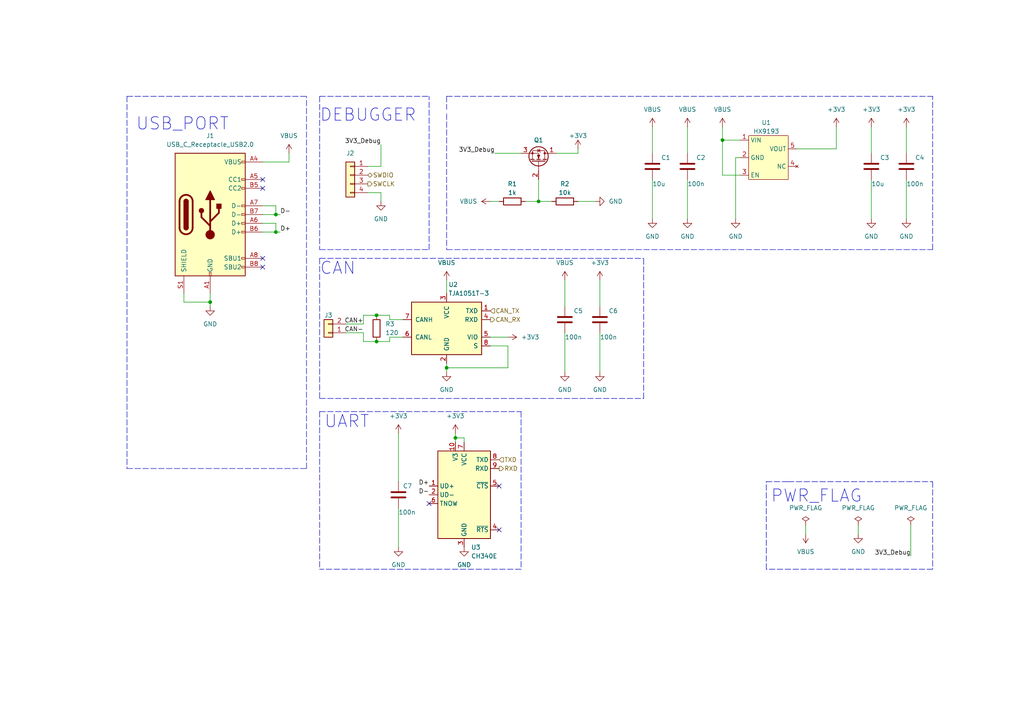
<source format=kicad_sch>
(kicad_sch (version 20211123) (generator eeschema)
  (paper "A4")
  (lib_symbols
    (symbol "Connector:USB_C_Receptacle_USB2.0" (pin_names (offset 1.016))
      (property "Reference" "J" (at -10.16 19.05 0))
      (property "Value" "USB_C_Receptacle_USB2.0" (at 19.05 19.05 0))
      (symbol "USB_C_Receptacle_USB2.0_0_0"
        (rectangle (start -0.254 -17.78) (end 0.254 -16.764))
        (rectangle (start 10.16 -14.986) (end 9.144 -15.494))
        (rectangle (start 10.16 -12.446) (end 9.144 -12.954))
        (rectangle (start 10.16 -4.826) (end 9.144 -5.334))
        (rectangle (start 10.16 -2.286) (end 9.144 -2.794))
        (rectangle (start 10.16 0.254) (end 9.144 -0.254))
        (rectangle (start 10.16 2.794) (end 9.144 2.286))
        (rectangle (start 10.16 7.874) (end 9.144 7.366))
        (rectangle (start 10.16 10.414) (end 9.144 9.906))
        (rectangle (start 10.16 15.494) (end 9.144 14.986))
      )
      (symbol "USB_C_Receptacle_USB2.0_0_1"
        (rectangle (start -10.16 17.78) (end 10.16 -17.78) (stroke (width 0.254)) (fill (type background)))
        (arc (start -8.89 -3.81) (mid -6.985 -5.715) (end -5.08 -3.81) (stroke (width 0.508)))
        (arc (start -7.62 -3.81) (mid -6.985 -4.445) (end -6.35 -3.81) (stroke (width 0.254)))
        (arc (start -7.62 -3.81) (mid -6.985 -4.445) (end -6.35 -3.81) (stroke (width 0.254)) (fill (type outline)))
        (rectangle (start -7.62 -3.81) (end -6.35 3.81) (stroke (width 0.254)) (fill (type outline)))
        (arc (start -6.35 3.81) (mid -6.985 4.445) (end -7.62 3.81) (stroke (width 0.254)))
        (arc (start -6.35 3.81) (mid -6.985 4.445) (end -7.62 3.81) (stroke (width 0.254)) (fill (type outline)))
        (arc (start -5.08 3.81) (mid -6.985 5.715) (end -8.89 3.81) (stroke (width 0.508)))
        (circle (center -2.54 1.143) (radius 0.635) (stroke (width 0.254)) (fill (type outline)))
        (circle (center 0 -5.842) (radius 1.27) (fill (type outline)))
        (polyline (pts (xy -8.89 -3.81) (xy -8.89 3.81)) (stroke (width 0.508)))
        (polyline (pts (xy -5.08 3.81) (xy -5.08 -3.81)) (stroke (width 0.508)))
        (polyline (pts (xy 0 -5.842) (xy 0 4.318)) (stroke (width 0.508)))
        (polyline (pts (xy 0 -3.302) (xy -2.54 -0.762) (xy -2.54 0.508)) (stroke (width 0.508)))
        (polyline (pts (xy 0 -2.032) (xy 2.54 0.508) (xy 2.54 1.778)) (stroke (width 0.508)))
        (polyline (pts (xy -1.27 4.318) (xy 0 6.858) (xy 1.27 4.318) (xy -1.27 4.318)) (stroke (width 0.254)) (fill (type outline)))
        (rectangle (start 1.905 1.778) (end 3.175 3.048) (stroke (width 0.254)) (fill (type outline)))
      )
      (symbol "USB_C_Receptacle_USB2.0_1_1"
        (pin passive line (at 0 -22.86 90) (length 5.08) (name "GND") (number "A1"))
        (pin passive line (at 0 -22.86 90) (length 5.08) hide (name "GND") (number "A12"))
        (pin passive line (at 15.24 15.24 180) (length 5.08) (name "VBUS") (number "A4"))
        (pin bidirectional line (at 15.24 10.16 180) (length 5.08) (name "CC1") (number "A5"))
        (pin bidirectional line (at 15.24 -2.54 180) (length 5.08) (name "D+") (number "A6"))
        (pin bidirectional line (at 15.24 2.54 180) (length 5.08) (name "D-") (number "A7"))
        (pin bidirectional line (at 15.24 -12.7 180) (length 5.08) (name "SBU1") (number "A8"))
        (pin passive line (at 15.24 15.24 180) (length 5.08) hide (name "VBUS") (number "A9"))
        (pin passive line (at 0 -22.86 90) (length 5.08) hide (name "GND") (number "B1"))
        (pin passive line (at 0 -22.86 90) (length 5.08) hide (name "GND") (number "B12"))
        (pin passive line (at 15.24 15.24 180) (length 5.08) hide (name "VBUS") (number "B4"))
        (pin bidirectional line (at 15.24 7.62 180) (length 5.08) (name "CC2") (number "B5"))
        (pin bidirectional line (at 15.24 -5.08 180) (length 5.08) (name "D+") (number "B6"))
        (pin bidirectional line (at 15.24 0 180) (length 5.08) (name "D-") (number "B7"))
        (pin bidirectional line (at 15.24 -15.24 180) (length 5.08) (name "SBU2") (number "B8"))
        (pin passive line (at 15.24 15.24 180) (length 5.08) hide (name "VBUS") (number "B9"))
        (pin passive line (at -7.62 -22.86 90) (length 5.08) (name "SHIELD") (number "S1"))
      )
    )
    (symbol "Connector_Generic:Conn_01x02" (pin_names (offset 1.016) hide)
      (property "Reference" "J" (at 0 2.54 0))
      (property "Value" "Conn_01x02" (at 0 -5.08 0))
      (symbol "Conn_01x02_1_1"
        (rectangle (start -1.27 -2.413) (end 0 -2.667) (stroke (width 0.1524)))
        (rectangle (start -1.27 0.127) (end 0 -0.127) (stroke (width 0.1524)))
        (rectangle (start -1.27 1.27) (end 1.27 -3.81) (stroke (width 0.254)) (fill (type background)))
        (pin passive line (at -5.08 0 0) (length 3.81) (name "Pin_1") (number "1"))
        (pin passive line (at -5.08 -2.54 0) (length 3.81) (name "Pin_2") (number "2"))
      )
    )
    (symbol "Connector_Generic:Conn_01x04" (pin_names (offset 1.016) hide)
      (property "Reference" "J" (at 0 5.08 0))
      (property "Value" "Conn_01x04" (at 0 -7.62 0))
      (symbol "Conn_01x04_1_1"
        (rectangle (start -1.27 -4.953) (end 0 -5.207) (stroke (width 0.1524)))
        (rectangle (start -1.27 -2.413) (end 0 -2.667) (stroke (width 0.1524)))
        (rectangle (start -1.27 0.127) (end 0 -0.127) (stroke (width 0.1524)))
        (rectangle (start -1.27 2.667) (end 0 2.413) (stroke (width 0.1524)))
        (rectangle (start -1.27 3.81) (end 1.27 -6.35) (stroke (width 0.254)) (fill (type background)))
        (pin passive line (at -5.08 2.54 0) (length 3.81) (name "Pin_1") (number "1"))
        (pin passive line (at -5.08 0 0) (length 3.81) (name "Pin_2") (number "2"))
        (pin passive line (at -5.08 -2.54 0) (length 3.81) (name "Pin_3") (number "3"))
        (pin passive line (at -5.08 -5.08 0) (length 3.81) (name "Pin_4") (number "4"))
      )
    )
    (symbol "Device:C" (pin_numbers hide) (pin_names (offset 0.254))
      (property "Reference" "C" (at 0.635 2.54 0))
      (property "Value" "C" (at 0.635 -2.54 0))
      (symbol "C_0_1"
        (polyline (pts (xy -2.032 -0.762) (xy 2.032 -0.762)) (stroke (width 0.508)))
        (polyline (pts (xy -2.032 0.762) (xy 2.032 0.762)) (stroke (width 0.508)))
      )
      (symbol "C_1_1"
        (pin passive line (at 0 3.81 270) (length 2.794) (name "~") (number "1"))
        (pin passive line (at 0 -3.81 90) (length 2.794) (name "~") (number "2"))
      )
    )
    (symbol "Device:Q_NMOS_DGS" (pin_names (offset 0) hide)
      (property "Reference" "Q" (at 5.08 1.27 0))
      (property "Value" "Q_NMOS_DGS" (at 5.08 -1.27 0))
      (symbol "Q_NMOS_DGS_0_1"
        (polyline (pts (xy 0.254 0) (xy -2.54 0)))
        (polyline (pts (xy 0.254 1.905) (xy 0.254 -1.905)) (stroke (width 0.254)))
        (polyline (pts (xy 0.762 -1.27) (xy 0.762 -2.286)) (stroke (width 0.254)))
        (polyline (pts (xy 0.762 0.508) (xy 0.762 -0.508)) (stroke (width 0.254)))
        (polyline (pts (xy 0.762 2.286) (xy 0.762 1.27)) (stroke (width 0.254)))
        (polyline (pts (xy 2.54 2.54) (xy 2.54 1.778)))
        (polyline (pts (xy 2.54 -2.54) (xy 2.54 0) (xy 0.762 0)))
        (polyline (pts (xy 0.762 -1.778) (xy 3.302 -1.778) (xy 3.302 1.778) (xy 0.762 1.778)))
        (polyline (pts (xy 1.016 0) (xy 2.032 0.381) (xy 2.032 -0.381) (xy 1.016 0)) (fill (type outline)))
        (polyline (pts (xy 2.794 0.508) (xy 2.921 0.381) (xy 3.683 0.381) (xy 3.81 0.254)))
        (polyline (pts (xy 3.302 0.381) (xy 2.921 -0.254) (xy 3.683 -0.254) (xy 3.302 0.381)))
        (circle (center 1.651 0) (radius 2.794) (stroke (width 0.254)))
        (circle (center 2.54 -1.778) (radius 0.254) (fill (type outline)))
        (circle (center 2.54 1.778) (radius 0.254) (fill (type outline)))
      )
      (symbol "Q_NMOS_DGS_1_1"
        (pin passive line (at 2.54 5.08 270) (length 2.54) (name "D") (number "1"))
        (pin input line (at -5.08 0 0) (length 2.54) (name "G") (number "2"))
        (pin passive line (at 2.54 -5.08 90) (length 2.54) (name "S") (number "3"))
      )
    )
    (symbol "Device:R" (pin_numbers hide) (pin_names (offset 0))
      (property "Reference" "R" (at 2.032 0 90))
      (property "Value" "R" (at 0 0 90))
      (symbol "R_0_1"
        (rectangle (start -1.016 -2.54) (end 1.016 2.54) (stroke (width 0.254)))
      )
      (symbol "R_1_1"
        (pin passive line (at 0 3.81 270) (length 1.27) (name "~") (number "1"))
        (pin passive line (at 0 -3.81 90) (length 1.27) (name "~") (number "2"))
      )
    )
    (symbol "Interface_CAN_LIN:TJA1051T-3" (pin_names (offset 1.016))
      (property "Reference" "U" (at -10.16 8.89 0))
      (property "Value" "TJA1051T-3" (at 1.27 8.89 0))
      (symbol "TJA1051T-3_0_1"
        (rectangle (start -10.16 7.62) (end 10.16 -7.62) (stroke (width 0.254)) (fill (type background)))
      )
      (symbol "TJA1051T-3_1_1"
        (pin input line (at -12.7 5.08 0) (length 2.54) (name "TXD") (number "1"))
        (pin power_in line (at 0 -10.16 90) (length 2.54) (name "GND") (number "2"))
        (pin power_in line (at 0 10.16 270) (length 2.54) (name "VCC") (number "3"))
        (pin output line (at -12.7 2.54 0) (length 2.54) (name "RXD") (number "4"))
        (pin power_in line (at -12.7 -2.54 0) (length 2.54) (name "VIO") (number "5"))
        (pin bidirectional line (at 12.7 -2.54 180) (length 2.54) (name "CANL") (number "6"))
        (pin bidirectional line (at 12.7 2.54 180) (length 2.54) (name "CANH") (number "7"))
        (pin input line (at -12.7 -5.08 0) (length 2.54) (name "S") (number "8"))
      )
    )
    (symbol "Interface_USB:CH340E"
      (property "Reference" "U" (at -5.08 13.97 0))
      (property "Value" "CH340E" (at 1.27 13.97 0))
      (symbol "CH340E_0_1"
        (rectangle (start -7.62 12.7) (end 7.62 -12.7) (stroke (width 0.254)) (fill (type background)))
      )
      (symbol "CH340E_1_1"
        (pin bidirectional line (at -10.16 2.54 0) (length 2.54) (name "UD+") (number "1"))
        (pin passive line (at -2.54 15.24 270) (length 2.54) (name "V3") (number "10"))
        (pin bidirectional line (at -10.16 0 0) (length 2.54) (name "UD-") (number "2"))
        (pin power_in line (at 0 -15.24 90) (length 2.54) (name "GND") (number "3"))
        (pin output line (at 10.16 -10.16 180) (length 2.54) (name "~{RTS}") (number "4"))
        (pin input line (at 10.16 2.54 180) (length 2.54) (name "~{CTS}") (number "5"))
        (pin output line (at -10.16 -2.54 0) (length 2.54) (name "TNOW") (number "6"))
        (pin power_in line (at 0 15.24 270) (length 2.54) (name "VCC") (number "7"))
        (pin output line (at 10.16 10.16 180) (length 2.54) (name "TXD") (number "8"))
        (pin input line (at 10.16 7.62 180) (length 2.54) (name "RXD") (number "9"))
      )
    )
    (symbol "power:+3V3" (power) (pin_names (offset 0))
      (property "Value" "+3V3" (at 0 3.556 0))
      (symbol "+3V3_0_1"
        (polyline (pts (xy -0.762 1.27) (xy 0 2.54)))
        (polyline (pts (xy 0 0) (xy 0 2.54)))
        (polyline (pts (xy 0 2.54) (xy 0.762 1.27)))
      )
      (symbol "+3V3_1_1"
        (pin power_in line (at 0 0 90) (length 0) hide (name "+3V3") (number "1"))
      )
    )
    (symbol "power:GND" (power) (pin_names (offset 0))
      (property "Value" "GND" (at 0 -3.81 0))
      (symbol "GND_0_1"
        (polyline (pts (xy 0 0) (xy 0 -1.27) (xy 1.27 -1.27) (xy 0 -2.54) (xy -1.27 -1.27) (xy 0 -1.27)))
      )
      (symbol "GND_1_1"
        (pin power_in line (at 0 0 270) (length 0) hide (name "GND") (number "1"))
      )
    )
    (symbol "power:PWR_FLAG" (power) (pin_numbers hide) (pin_names (offset 0) hide)
      (property "Value" "PWR_FLAG" (at 0 3.81 0))
      (symbol "PWR_FLAG_0_0"
        (pin power_out line (at 0 0 90) (length 0) (name "pwr") (number "1"))
      )
      (symbol "PWR_FLAG_0_1"
        (polyline (pts (xy 0 0) (xy 0 1.27) (xy -1.016 1.905) (xy 0 2.54) (xy 1.016 1.905) (xy 0 1.27)))
      )
    )
    (symbol "power:VBUS" (power) (pin_names (offset 0))
      (property "Value" "VBUS" (at 0 3.81 0))
      (symbol "VBUS_0_1"
        (polyline (pts (xy -0.762 1.27) (xy 0 2.54)))
        (polyline (pts (xy 0 0) (xy 0 2.54)))
        (polyline (pts (xy 0 2.54) (xy 0.762 1.27)))
      )
      (symbol "VBUS_1_1"
        (pin power_in line (at 0 0 90) (length 0) hide (name "VBUS") (number "1"))
      )
    )
    (symbol "symbols:HX9193"
      (property "Reference" "U" (at -5.08 7.62 0))
      (property "Value" "HX9193" (at 6.35 7.62 0))
      (symbol "HX9193_0_1"
        (rectangle (start -6.35 6.35) (end 5.08 -6.35) (fill (type background)))
      )
      (symbol "HX9193_1_1"
        (pin power_in line (at -8.89 5.08 0) (length 2.54) (name "VIN") (number "1"))
        (pin passive line (at -8.89 0 0) (length 2.54) (name "GND") (number "2"))
        (pin input line (at -8.89 -5.08 0) (length 2.54) (name "EN") (number "3"))
        (pin no_connect line (at 7.62 -2.54 180) (length 2.54) (name "NC") (number "4"))
        (pin power_out line (at 7.62 2.54 180) (length 2.54) (name "VOUT") (number "5"))
      )
    )
  )
  (junction (at 80.01 62.23))
  (junction (at 109.22 91.44))
  (junction (at 132.08 127))
  (junction (at 60.96 87.63))
  (junction (at 209.55 40.64))
  (junction (at 156.21 58.42))
  (junction (at 129.54 106.68))
  (junction (at 109.22 99.06))
  (junction (at 80.01 67.31))
  (no_connect (at 76.2 74.93))
  (no_connect (at 76.2 52.07))
  (no_connect (at 76.2 77.47))
  (no_connect (at 144.78 153.67))
  (no_connect (at 124.46 146.05))
  (no_connect (at 144.78 140.97))
  (no_connect (at 76.2 54.61))
  (wire (pts (xy 248.92 152.4) (xy 248.92 154.94)))
  (wire (pts (xy 80.01 62.23) (xy 81.28 62.23)))
  (wire (pts (xy 262.89 52.07) (xy 262.89 63.5)))
  (wire (pts (xy 209.55 40.64) (xy 214.63 40.64)))
  (polyline (pts (xy 222.25 165.1) (xy 222.25 139.7)))
  (wire (pts (xy 76.2 64.77) (xy 80.01 64.77)))
  (polyline (pts (xy 129.54 27.94) (xy 129.54 31.75)))
  (wire (pts (xy 167.64 58.42) (xy 172.72 58.42)))
  (wire (pts (xy 106.68 48.26) (xy 110.49 48.26)))
  (wire (pts (xy 132.08 125.73) (xy 132.08 127)))
  (wire (pts (xy 156.21 58.42) (xy 160.02 58.42)))
  (wire (pts (xy 142.24 100.33) (xy 147.32 100.33)))
  (wire (pts (xy 262.89 36.83) (xy 262.89 44.45)))
  (wire (pts (xy 144.78 58.42) (xy 142.24 58.42)))
  (wire (pts (xy 80.01 59.69) (xy 80.01 62.23)))
  (polyline (pts (xy 129.54 72.39) (xy 270.51 72.39)))
  (wire (pts (xy 161.29 44.45) (xy 167.64 44.45)))
  (polyline (pts (xy 36.83 27.94) (xy 88.9 27.94)))
  (wire (pts (xy 80.01 67.31) (xy 81.28 67.31)))
  (polyline (pts (xy 92.71 74.93) (xy 92.71 115.57)))
  (polyline (pts (xy 88.9 135.89) (xy 88.9 27.94)))
  (wire (pts (xy 264.16 152.4) (xy 264.16 161.29)))
  (wire (pts (xy 129.54 105.41) (xy 129.54 106.68)))
  (wire (pts (xy 129.54 81.28) (xy 129.54 85.09)))
  (wire (pts (xy 134.62 128.27) (xy 134.62 127)))
  (wire (pts (xy 83.82 44.45) (xy 83.82 46.99)))
  (wire (pts (xy 105.41 93.98) (xy 105.41 91.44)))
  (wire (pts (xy 100.33 93.98) (xy 105.41 93.98)))
  (wire (pts (xy 147.32 106.68) (xy 129.54 106.68)))
  (wire (pts (xy 199.39 36.83) (xy 199.39 44.45)))
  (wire (pts (xy 116.84 97.79) (xy 113.03 97.79)))
  (wire (pts (xy 214.63 45.72) (xy 213.36 45.72)))
  (polyline (pts (xy 92.71 115.57) (xy 186.69 115.57)))
  (polyline (pts (xy 129.54 33.02) (xy 129.54 72.39)))
  (wire (pts (xy 173.99 96.52) (xy 173.99 107.95)))
  (wire (pts (xy 115.57 125.73) (xy 115.57 139.7)))
  (wire (pts (xy 115.57 147.32) (xy 115.57 158.75)))
  (polyline (pts (xy 92.71 74.93) (xy 186.69 74.93)))
  (wire (pts (xy 80.01 64.77) (xy 80.01 67.31)))
  (wire (pts (xy 142.24 97.79) (xy 147.32 97.79)))
  (polyline (pts (xy 151.13 119.38) (xy 151.13 165.1)))
  (wire (pts (xy 199.39 52.07) (xy 199.39 63.5)))
  (wire (pts (xy 105.41 96.52) (xy 105.41 99.06)))
  (polyline (pts (xy 228.6 139.7) (xy 270.51 139.7)))
  (wire (pts (xy 113.03 97.79) (xy 113.03 99.06)))
  (wire (pts (xy 209.55 36.83) (xy 209.55 40.64)))
  (wire (pts (xy 132.08 127) (xy 132.08 128.27)))
  (wire (pts (xy 106.68 55.88) (xy 110.49 55.88)))
  (wire (pts (xy 163.83 81.28) (xy 163.83 88.9)))
  (wire (pts (xy 76.2 67.31) (xy 80.01 67.31)))
  (wire (pts (xy 134.62 127) (xy 132.08 127)))
  (wire (pts (xy 233.68 152.4) (xy 233.68 154.94)))
  (polyline (pts (xy 129.54 27.94) (xy 270.51 27.94)))
  (polyline (pts (xy 92.71 119.38) (xy 151.13 119.38)))
  (polyline (pts (xy 151.13 165.1) (xy 92.71 165.1)))
  (wire (pts (xy 113.03 99.06) (xy 109.22 99.06)))
  (wire (pts (xy 116.84 92.71) (xy 113.03 92.71)))
  (wire (pts (xy 213.36 45.72) (xy 213.36 63.5)))
  (wire (pts (xy 163.83 96.52) (xy 163.83 107.95)))
  (polyline (pts (xy 270.51 72.39) (xy 270.51 27.94)))
  (wire (pts (xy 189.23 52.07) (xy 189.23 63.5)))
  (wire (pts (xy 129.54 106.68) (xy 129.54 107.95)))
  (wire (pts (xy 242.57 36.83) (xy 242.57 43.18)))
  (wire (pts (xy 242.57 43.18) (xy 231.14 43.18)))
  (wire (pts (xy 53.34 85.09) (xy 53.34 87.63)))
  (wire (pts (xy 100.33 96.52) (xy 105.41 96.52)))
  (polyline (pts (xy 92.71 72.39) (xy 124.46 72.39)))
  (polyline (pts (xy 92.71 27.94) (xy 124.46 27.94)))
  (wire (pts (xy 113.03 91.44) (xy 109.22 91.44)))
  (polyline (pts (xy 270.51 165.1) (xy 222.25 165.1)))
  (polyline (pts (xy 186.69 115.57) (xy 186.69 74.93)))
  (polyline (pts (xy 270.51 139.7) (xy 270.51 165.1)))
  (polyline (pts (xy 92.71 27.94) (xy 92.71 72.39)))
  (wire (pts (xy 152.4 58.42) (xy 156.21 58.42)))
  (wire (pts (xy 252.73 36.83) (xy 252.73 44.45)))
  (polyline (pts (xy 124.46 72.39) (xy 124.46 27.94)))
  (wire (pts (xy 60.96 85.09) (xy 60.96 87.63)))
  (polyline (pts (xy 92.71 119.38) (xy 92.71 165.1)))
  (wire (pts (xy 76.2 62.23) (xy 80.01 62.23)))
  (wire (pts (xy 113.03 92.71) (xy 113.03 91.44)))
  (wire (pts (xy 105.41 91.44) (xy 109.22 91.44)))
  (wire (pts (xy 156.21 52.07) (xy 156.21 58.42)))
  (wire (pts (xy 83.82 46.99) (xy 76.2 46.99)))
  (polyline (pts (xy 222.25 139.7) (xy 228.6 139.7)))
  (wire (pts (xy 105.41 99.06) (xy 109.22 99.06)))
  (wire (pts (xy 110.49 55.88) (xy 110.49 58.42)))
  (wire (pts (xy 147.32 100.33) (xy 147.32 106.68)))
  (wire (pts (xy 76.2 59.69) (xy 80.01 59.69)))
  (wire (pts (xy 53.34 87.63) (xy 60.96 87.63)))
  (polyline (pts (xy 36.83 135.89) (xy 88.9 135.89)))
  (wire (pts (xy 209.55 40.64) (xy 209.55 50.8)))
  (wire (pts (xy 252.73 52.07) (xy 252.73 63.5)))
  (polyline (pts (xy 36.83 27.94) (xy 36.83 135.89)))
  (wire (pts (xy 143.51 44.45) (xy 151.13 44.45)))
  (wire (pts (xy 167.64 43.18) (xy 167.64 44.45)))
  (wire (pts (xy 189.23 36.83) (xy 189.23 44.45)))
  (wire (pts (xy 110.49 41.91) (xy 110.49 48.26)))
  (wire (pts (xy 173.99 81.28) (xy 173.99 88.9)))
  (wire (pts (xy 60.96 87.63) (xy 60.96 88.9)))
  (wire (pts (xy 209.55 50.8) (xy 214.63 50.8)))
  (text "CAN" (at 92.71 80.01 0) (effects (font (size 3.556 3.556)) (justify left bottom)))
  (text "DEBUGGER" (at 92.71 35.56 0) (effects (font (size 3.556 3.556)) (justify left bottom)))
  (text "PWR_FLAG" (at 223.52 146.05 0) (effects (font (size 3.556 3.556)) (justify left bottom)))
  (text "UART" (at 93.98 124.46 0) (effects (font (size 3.556 3.556)) (justify left bottom)))
  (text "USB_PORT" (at 39.37 38.1 0) (effects (font (size 3.556 3.556)) (justify left bottom)))
  (label "D-" (at 81.28 62.23 0))
  (label "CAN-" (at 105.41 96.52 180))
  (label "D-" (at 124.46 143.51 180))
  (label "3V3_Debug" (at 110.49 41.91 180))
  (label "D+" (at 124.46 140.97 180))
  (label "D+" (at 81.28 67.31 0))
  (label "3V3_Debug" (at 264.16 161.29 180))
  (label "3V3_Debug" (at 143.51 44.45 180))
  (label "CAN+" (at 105.41 93.98 180))
  (hierarchical_label "CAN_TX" (shape input) (at 142.24 90.17 0))
  (hierarchical_label "SWDIO" (shape bidirectional) (at 106.68 50.8 0))
  (hierarchical_label "SWCLK" (shape output) (at 106.68 53.34 0))
  (hierarchical_label "CAN_RX" (shape output) (at 142.24 92.71 0))
  (hierarchical_label "RXD" (shape output) (at 144.78 135.89 0))
  (hierarchical_label "TXD" (shape input) (at 144.78 133.35 0))
  (symbol (lib_id "Connector:USB_C_Receptacle_USB2.0") (at 60.96 62.23 0) (unit 1)
    (property "Reference" "J1" (at 60.96 39.37 0))
    (property "Value" "USB_C_Receptacle_USB2.0" (at 60.96 41.91 0))
    (property "Footprint" "Connector_USB:USB_C_Receptacle_Palconn_UTC16-G" (effects hide))
    (property "Datasheet" "https://www.usb.org/sites/default/files/documents/usb_type-c.zip" (effects hide))
  )
  (symbol (lib_id "power:GND") (at 115.57 158.75 0) (unit 1)
    (property "Reference" "#PWR0123" (effects hide))
    (property "Value" "GND" (at 115.57 163.83 0))
  )
  (symbol (lib_id "power:GND") (at 189.23 63.5 0) (unit 1)
    (property "Reference" "#PWR0107" (effects hide))
    (property "Value" "GND" (at 189.23 68.58 0))
  )
  (symbol (lib_id "power:GND") (at 248.92 154.94 0) (unit 1)
    (property "Reference" "#PWR0129" (effects hide))
    (property "Value" "GND" (at 248.92 160.02 0))
  )
  (symbol (lib_id "power:GND") (at 262.89 63.5 0) (unit 1)
    (property "Reference" "#PWR0111" (effects hide))
    (property "Value" "GND" (at 262.89 68.58 0))
  )
  (symbol (lib_id "power:PWR_FLAG") (at 248.92 152.4 0) (unit 1)
    (property "Reference" "#FLG0102" (effects hide))
    (property "Value" "PWR_FLAG" (at 248.92 147.32 0))
  )
  (symbol (lib_id "power:PWR_FLAG") (at 264.16 152.4 0) (unit 1)
    (property "Reference" "#FLG0101" (effects hide))
    (property "Value" "PWR_FLAG" (at 264.16 147.32 0))
  )
  (symbol (lib_id "Interface_USB:CH340E") (at 134.62 143.51 0) (unit 1)
    (property "Reference" "U3" (at 136.6394 158.75 0) (effects (justify left)))
    (property "Value" "CH340E" (at 136.6394 161.29 0) (effects (justify left)))
    (property "Footprint" "Package_SO:MSOP-10_3x3mm_P0.5mm" (effects hide))
    (property "Datasheet" "https://www.mpja.com/download/35227cpdata.pdf" (effects hide))
  )
  (symbol (lib_id "power:GND") (at 173.99 107.95 0) (unit 1)
    (property "Reference" "#PWR0118" (effects hide))
    (property "Value" "GND" (at 173.99 113.03 0))
  )
  (symbol (lib_id "Device:R") (at 163.83 58.42 270) (unit 1)
    (property "Reference" "R2" (at 163.83 53.34 90))
    (property "Value" "10k" (at 163.83 55.88 90))
    (property "Footprint" "Resistor_SMD:R_0603_1608Metric" (effects hide))
  )
  (symbol (lib_id "power:GND") (at 199.39 63.5 0) (unit 1)
    (property "Reference" "#PWR0109" (effects hide))
    (property "Value" "GND" (at 199.39 68.58 0))
  )
  (symbol (lib_id "Device:R") (at 109.22 95.25 0) (unit 1)
    (property "Reference" "R3" (at 111.76 93.9799 0) (effects (justify left)))
    (property "Value" "120" (at 111.76 96.5199 0) (effects (justify left)))
    (property "Footprint" "Resistor_SMD:R_0603_1608Metric" (effects hide))
  )
  (symbol (lib_id "Device:R") (at 148.59 58.42 270) (unit 1)
    (property "Reference" "R1" (at 148.59 53.34 90))
    (property "Value" "1k" (at 148.59 55.88 90))
    (property "Footprint" "Resistor_SMD:R_0603_1608Metric" (effects hide))
  )
  (symbol (lib_id "power:+3V3") (at 173.99 81.28 0) (unit 1)
    (property "Reference" "#PWR0101" (effects hide))
    (property "Value" "+3V3" (at 173.99 76.2 0))
  )
  (symbol (lib_id "power:GND") (at 252.73 63.5 0) (unit 1)
    (property "Reference" "#PWR0110" (effects hide))
    (property "Value" "GND" (at 252.73 68.58 0))
  )
  (symbol (lib_id "power:GND") (at 163.83 107.95 0) (unit 1)
    (property "Reference" "#PWR0117" (effects hide))
    (property "Value" "GND" (at 163.83 113.03 0))
  )
  (symbol (lib_id "Device:C") (at 189.23 48.26 0) (unit 1)
    (property "Reference" "C1" (at 191.77 45.72 0) (effects (justify left)))
    (property "Value" "10u" (at 189.23 53.34 0) (effects (justify left)))
    (property "Footprint" "Capacitor_SMD:C_0603_1608Metric" (effects hide))
  )
  (symbol (lib_id "power:GND") (at 213.36 63.5 0) (unit 1)
    (property "Reference" "#PWR0108" (effects hide))
    (property "Value" "GND" (at 213.36 68.58 0))
  )
  (symbol (lib_id "power:+3V3") (at 132.08 125.73 0) (unit 1)
    (property "Reference" "#PWR0120" (effects hide))
    (property "Value" "+3V3" (at 132.08 120.65 0))
  )
  (symbol (lib_id "power:+3V3") (at 252.73 36.83 0) (unit 1)
    (property "Reference" "#PWR0126" (effects hide))
    (property "Value" "+3V3" (at 252.73 31.75 0))
  )
  (symbol (lib_id "Device:C") (at 199.39 48.26 0) (unit 1)
    (property "Reference" "C2" (at 201.93 45.72 0) (effects (justify left)))
    (property "Value" "100n" (at 199.39 53.34 0) (effects (justify left)))
    (property "Footprint" "Capacitor_SMD:C_0603_1608Metric" (effects hide))
  )
  (symbol (lib_id "power:PWR_FLAG") (at 233.68 152.4 0) (unit 1)
    (property "Reference" "#FLG0103" (effects hide))
    (property "Value" "PWR_FLAG" (at 233.68 147.32 0))
  )
  (symbol (lib_id "power:VBUS") (at 233.68 154.94 180) (unit 1)
    (property "Reference" "#PWR0130" (effects hide))
    (property "Value" "VBUS" (at 233.68 160.02 0))
  )
  (symbol (lib_id "power:VBUS") (at 83.82 44.45 0) (unit 1)
    (property "Reference" "#PWR0124" (effects hide))
    (property "Value" "VBUS" (at 83.82 39.37 0))
  )
  (symbol (lib_id "power:VBUS") (at 199.39 36.83 0) (unit 1)
    (property "Reference" "#PWR0105" (effects hide))
    (property "Value" "VBUS" (at 199.39 31.75 0))
  )
  (symbol (lib_id "power:GND") (at 110.49 58.42 0) (unit 1)
    (property "Reference" "#PWR0113" (effects hide))
    (property "Value" "GND" (at 110.49 63.5 0))
  )
  (symbol (lib_id "power:+3V3") (at 115.57 125.73 0) (unit 1)
    (property "Reference" "#PWR0122" (effects hide))
    (property "Value" "+3V3" (at 115.57 120.65 0))
  )
  (symbol (lib_id "power:GND") (at 129.54 107.95 0) (unit 1)
    (property "Reference" "#PWR0119" (effects hide))
    (property "Value" "GND" (at 129.54 113.03 0))
  )
  (symbol (lib_id "Device:C") (at 115.57 143.51 0) (unit 1)
    (property "Reference" "C7" (at 116.84 140.97 0) (effects (justify left)))
    (property "Value" "100n" (at 115.57 148.59 0) (effects (justify left)))
    (property "Footprint" "Capacitor_SMD:C_0603_1608Metric" (effects hide))
  )
  (symbol (lib_id "power:+3V3") (at 167.64 43.18 0) (unit 1)
    (property "Reference" "#PWR0102" (effects hide))
    (property "Value" "+3V3" (at 167.64 39.37 0))
  )
  (symbol (lib_id "power:VBUS") (at 209.55 36.83 0) (unit 1)
    (property "Reference" "#PWR0104" (effects hide))
    (property "Value" "VBUS" (at 209.55 31.75 0))
  )
  (symbol (lib_id "power:GND") (at 172.72 58.42 90) (unit 1)
    (property "Reference" "#PWR0103" (effects hide))
    (property "Value" "GND" (at 176.53 58.4199 90) (effects (justify right)))
  )
  (symbol (lib_id "symbols:HX9193") (at 223.52 45.72 0) (unit 1)
    (property "Reference" "U1" (at 222.25 35.56 0))
    (property "Value" "HX9193" (at 222.25 38.1 0))
    (property "Footprint" "Package_TO_SOT_SMD:SOT-23-5_HandSoldering" (effects hide))
    (property "Datasheet" "https://item.szlcsc.com/280543.html" (effects hide))
  )
  (symbol (lib_id "power:VBUS") (at 163.83 81.28 0) (unit 1)
    (property "Reference" "#PWR0116" (effects hide))
    (property "Value" "VBUS" (at 163.83 76.2 0))
  )
  (symbol (lib_id "Device:C") (at 252.73 48.26 0) (unit 1)
    (property "Reference" "C3" (at 255.27 45.72 0) (effects (justify left)))
    (property "Value" "10u" (at 252.73 53.34 0) (effects (justify left)))
    (property "Footprint" "Capacitor_SMD:C_0603_1608Metric" (effects hide))
  )
  (symbol (lib_id "Connector_Generic:Conn_01x04") (at 101.6 50.8 0) (mirror y) (unit 1)
    (property "Reference" "J2" (at 101.6 44.45 0))
    (property "Value" "Conn_01x04" (effects hide))
    (property "Footprint" "Connector_PinHeader_2.54mm:PinHeader_1x04_P2.54mm_Vertical" (effects hide))
  )
  (symbol (lib_id "Device:C") (at 173.99 92.71 0) (unit 1)
    (property "Reference" "C6" (at 176.53 90.17 0) (effects (justify left)))
    (property "Value" "100n" (at 173.99 97.79 0) (effects (justify left)))
    (property "Footprint" "Capacitor_SMD:C_0603_1608Metric" (effects hide))
  )
  (symbol (lib_id "power:+3V3") (at 242.57 36.83 0) (unit 1)
    (property "Reference" "#PWR0128" (effects hide))
    (property "Value" "+3V3" (at 242.57 31.75 0))
  )
  (symbol (lib_id "Device:Q_NMOS_DGS") (at 156.21 46.99 270) (mirror x) (unit 1)
    (property "Reference" "Q1" (at 156.21 40.64 90))
    (property "Value" "Q_NMOS_DGS" (effects hide))
    (property "Footprint" "Package_TO_SOT_SMD:TSOT-23" (effects hide))
  )
  (symbol (lib_id "Connector_Generic:Conn_01x02") (at 95.25 96.52 180) (unit 1)
    (property "Reference" "J3" (at 95.25 91.44 0))
    (property "Value" "Conn_01x02" (effects hide))
    (property "Footprint" "Connector_JST:JST_GH_SM02B-GHS-TB_1x02-1MP_P1.25mm_Horizontal" (effects hide))
  )
  (symbol (lib_id "Device:C") (at 163.83 92.71 0) (unit 1)
    (property "Reference" "C5" (at 166.37 90.17 0) (effects (justify left)))
    (property "Value" "100n" (at 163.83 97.79 0) (effects (justify left)))
    (property "Footprint" "Capacitor_SMD:C_0603_1608Metric" (effects hide))
  )
  (symbol (lib_id "power:GND") (at 60.96 88.9 0) (unit 1)
    (property "Reference" "#PWR0125" (effects hide))
    (property "Value" "GND" (at 60.96 93.98 0))
  )
  (symbol (lib_id "Device:C") (at 262.89 48.26 0) (unit 1)
    (property "Reference" "C4" (at 265.43 45.72 0) (effects (justify left)))
    (property "Value" "100n" (at 262.89 53.34 0) (effects (justify left)))
    (property "Footprint" "Capacitor_SMD:C_0603_1608Metric" (effects hide))
  )
  (symbol (lib_id "power:+3V3") (at 147.32 97.79 270) (unit 1)
    (property "Reference" "#PWR0115" (effects hide))
    (property "Value" "+3V3" (at 151.13 97.7899 90) (effects (justify left)))
  )
  (symbol (lib_id "power:VBUS") (at 142.24 58.42 90) (unit 1)
    (property "Reference" "#PWR0112" (effects hide))
    (property "Value" "VBUS" (at 138.43 58.4199 90) (effects (justify left)))
  )
  (symbol (lib_id "power:+3V3") (at 262.89 36.83 0) (unit 1)
    (property "Reference" "#PWR0127" (effects hide))
    (property "Value" "+3V3" (at 262.89 31.75 0))
  )
  (symbol (lib_id "power:GND") (at 134.62 158.75 0) (unit 1)
    (property "Reference" "#PWR0121" (effects hide))
    (property "Value" "GND" (at 134.62 163.83 0))
  )
  (symbol (lib_id "Interface_CAN_LIN:TJA1051T-3") (at 129.54 95.25 0) (mirror y) (unit 1)
    (property "Reference" "U2" (at 130.0606 82.55 0) (effects (justify right)))
    (property "Value" "TJA1051T-3" (at 130.0606 85.09 0) (effects (justify right)))
    (property "Footprint" "Package_SO:SOIC-8_3.9x4.9mm_P1.27mm" (effects hide))
    (property "Datasheet" "http://www.nxp.com/documents/data_sheet/TJA1051.pdf" (effects hide))
  )
  (symbol (lib_id "power:VBUS") (at 129.54 81.28 0) (unit 1)
    (property "Reference" "#PWR0114" (effects hide))
    (property "Value" "VBUS" (at 129.54 76.2 0))
  )
  (symbol (lib_id "power:VBUS") (at 189.23 36.83 0) (unit 1)
    (property "Reference" "#PWR0106" (effects hide))
    (property "Value" "VBUS" (at 189.23 31.75 0))
  )
)
</source>
